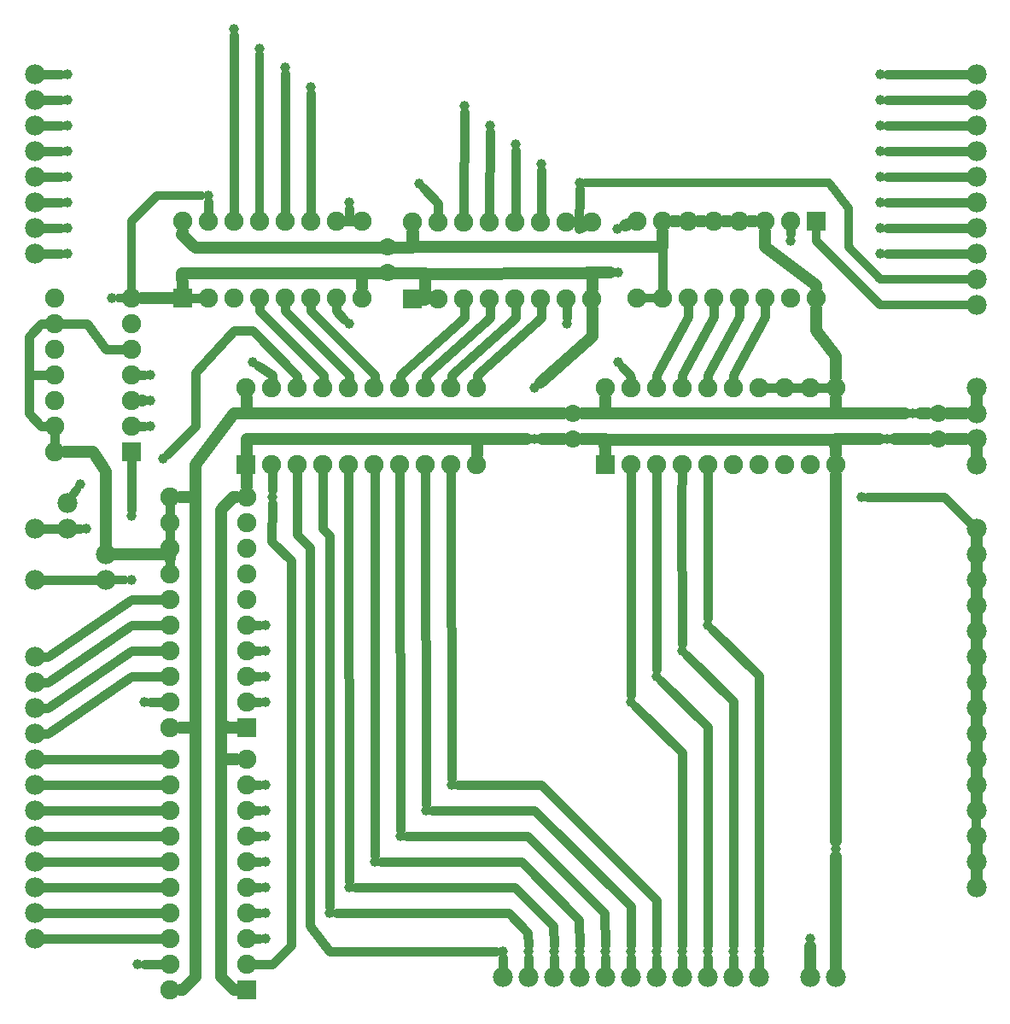
<source format=gbl>
G04 MADE WITH FRITZING*
G04 WWW.FRITZING.ORG*
G04 DOUBLE SIDED*
G04 HOLES PLATED*
G04 CONTOUR ON CENTER OF CONTOUR VECTOR*
%ASAXBY*%
%FSLAX23Y23*%
%MOIN*%
%OFA0B0*%
%SFA1.0B1.0*%
%ADD10C,0.039370*%
%ADD11C,0.070000*%
%ADD12C,0.078000*%
%ADD13C,0.075000*%
%ADD14R,0.075000X0.075000*%
%ADD15C,0.032000*%
%ADD16C,0.048000*%
%ADD17C,0.038000*%
%ADD18R,0.001000X0.001000*%
%LNCOPPER0*%
G90*
G70*
G54D10*
X221Y3650D03*
X871Y3825D03*
X971Y3750D03*
X1071Y3675D03*
X1171Y3600D03*
X1771Y3525D03*
X1871Y3450D03*
X1971Y3375D03*
X2071Y3300D03*
X221Y3550D03*
X221Y3450D03*
X221Y3350D03*
X221Y3250D03*
X221Y3150D03*
X221Y3050D03*
X221Y2950D03*
X3421Y2225D03*
X996Y1200D03*
X996Y1300D03*
X996Y1400D03*
X996Y1500D03*
X996Y275D03*
X996Y375D03*
X996Y475D03*
X996Y575D03*
X996Y675D03*
X996Y775D03*
X996Y875D03*
X2921Y225D03*
X2821Y225D03*
X2721Y225D03*
X2621Y225D03*
X2521Y225D03*
X2421Y225D03*
X2321Y225D03*
X2221Y225D03*
X2121Y225D03*
X2021Y225D03*
X1921Y225D03*
X3221Y625D03*
G54D11*
X1471Y2875D03*
X1471Y2975D03*
G54D12*
X96Y1375D03*
X96Y1275D03*
X96Y1175D03*
X96Y1075D03*
X96Y975D03*
X96Y875D03*
X96Y775D03*
X96Y675D03*
X96Y575D03*
X96Y475D03*
X96Y375D03*
X96Y275D03*
G54D10*
X2721Y1500D03*
X2621Y1400D03*
X2521Y1300D03*
X2421Y1200D03*
X1246Y375D03*
X1321Y475D03*
X1421Y575D03*
X1521Y675D03*
X1621Y775D03*
X1721Y875D03*
X471Y1675D03*
X496Y175D03*
X521Y1200D03*
X946Y2525D03*
X2371Y2525D03*
X471Y1925D03*
X1021Y2000D03*
X546Y2375D03*
X1321Y2675D03*
X2171Y2675D03*
X1321Y3150D03*
X2221Y3225D03*
X546Y2475D03*
X3046Y3000D03*
X2371Y2875D03*
X2370Y3047D03*
X1595Y3222D03*
X771Y3175D03*
G54D12*
X3771Y2125D03*
X3771Y2425D03*
X3771Y2225D03*
X3771Y2325D03*
X3121Y125D03*
X3221Y125D03*
G54D10*
X3121Y275D03*
X3521Y2325D03*
G54D11*
X2196Y2225D03*
X2196Y2325D03*
X3621Y2225D03*
X3621Y2325D03*
G54D10*
X3396Y2950D03*
X3396Y3050D03*
X3396Y3150D03*
X3396Y3250D03*
X3396Y3350D03*
X3396Y3450D03*
X3396Y3650D03*
X3396Y3550D03*
X3321Y2000D03*
G54D13*
X2321Y2125D03*
X2321Y2425D03*
X2421Y2125D03*
X2421Y2425D03*
X2521Y2125D03*
X2521Y2425D03*
X2621Y2125D03*
X2621Y2425D03*
X2721Y2125D03*
X2721Y2425D03*
X2821Y2125D03*
X2821Y2425D03*
X2921Y2125D03*
X2921Y2425D03*
X3021Y2125D03*
X3021Y2425D03*
X3121Y2125D03*
X3121Y2425D03*
X3221Y2125D03*
X3221Y2425D03*
X920Y2127D03*
X920Y2427D03*
X1020Y2127D03*
X1020Y2427D03*
X1120Y2127D03*
X1120Y2427D03*
X1220Y2127D03*
X1220Y2427D03*
X1320Y2127D03*
X1320Y2427D03*
X1420Y2127D03*
X1420Y2427D03*
X1520Y2127D03*
X1520Y2427D03*
X1620Y2127D03*
X1620Y2427D03*
X1720Y2127D03*
X1720Y2427D03*
X1820Y2127D03*
X1820Y2427D03*
X921Y75D03*
X621Y75D03*
X921Y175D03*
X621Y175D03*
X921Y275D03*
X621Y275D03*
X921Y375D03*
X621Y375D03*
X921Y475D03*
X621Y475D03*
X921Y575D03*
X621Y575D03*
X921Y675D03*
X621Y675D03*
X921Y775D03*
X621Y775D03*
X921Y875D03*
X621Y875D03*
X921Y975D03*
X621Y975D03*
X921Y1100D03*
X621Y1100D03*
X921Y1200D03*
X621Y1200D03*
X921Y1300D03*
X621Y1300D03*
X921Y1400D03*
X621Y1400D03*
X921Y1500D03*
X621Y1500D03*
X921Y1600D03*
X621Y1600D03*
X921Y1700D03*
X621Y1700D03*
X921Y1800D03*
X621Y1800D03*
X921Y1900D03*
X621Y1900D03*
X921Y2000D03*
X621Y2000D03*
G54D12*
X1921Y125D03*
X2021Y125D03*
X2121Y125D03*
X2221Y125D03*
X2321Y125D03*
X2421Y125D03*
X2521Y125D03*
X2621Y125D03*
X2721Y125D03*
X2821Y125D03*
X2921Y125D03*
X3771Y1875D03*
X3771Y1775D03*
X3771Y1675D03*
X3771Y1575D03*
X3771Y1475D03*
X3771Y1375D03*
X3771Y1275D03*
X3771Y1175D03*
X3771Y1075D03*
X3771Y975D03*
X3771Y875D03*
X3771Y775D03*
X3771Y675D03*
X3771Y575D03*
X3771Y475D03*
X96Y1875D03*
X3771Y2750D03*
X3771Y2850D03*
G54D13*
X3146Y3075D03*
X3146Y2775D03*
X3046Y3075D03*
X3046Y2775D03*
X2946Y3075D03*
X2946Y2775D03*
X2846Y3075D03*
X2846Y2775D03*
X2746Y3075D03*
X2746Y2775D03*
X2646Y3075D03*
X2646Y2775D03*
X2546Y3075D03*
X2546Y2775D03*
X2446Y3075D03*
X2446Y2775D03*
X671Y2775D03*
X671Y3075D03*
X771Y2775D03*
X771Y3075D03*
X871Y2775D03*
X871Y3075D03*
X971Y2775D03*
X971Y3075D03*
X1071Y2775D03*
X1071Y3075D03*
X1171Y2775D03*
X1171Y3075D03*
X1271Y2775D03*
X1271Y3075D03*
X1371Y2775D03*
X1371Y3075D03*
X1570Y2772D03*
X1570Y3072D03*
X1670Y2772D03*
X1670Y3072D03*
X1770Y2772D03*
X1770Y3072D03*
X1870Y2772D03*
X1870Y3072D03*
X1970Y2772D03*
X1970Y3072D03*
X2070Y2772D03*
X2070Y3072D03*
X2170Y2772D03*
X2170Y3072D03*
X2270Y2772D03*
X2270Y3072D03*
G54D12*
X96Y2950D03*
X96Y3050D03*
X96Y3150D03*
X96Y3250D03*
X96Y3350D03*
X96Y3450D03*
X96Y3550D03*
X96Y3650D03*
X3771Y2950D03*
X3771Y3050D03*
X3771Y3150D03*
X3771Y3250D03*
X3771Y3350D03*
X3771Y3450D03*
X3771Y3550D03*
X3771Y3650D03*
X371Y1775D03*
X221Y1875D03*
X221Y1975D03*
X371Y1675D03*
X96Y1675D03*
G54D13*
X471Y2175D03*
X171Y2175D03*
X471Y2275D03*
X171Y2275D03*
X471Y2375D03*
X171Y2375D03*
X471Y2475D03*
X171Y2475D03*
X471Y2575D03*
X171Y2575D03*
X471Y2675D03*
X171Y2675D03*
X471Y2775D03*
X171Y2775D03*
G54D10*
X2046Y2225D03*
X2046Y2425D03*
X546Y2275D03*
X296Y1875D03*
X596Y2150D03*
X396Y2775D03*
X271Y2050D03*
G54D14*
X2321Y2125D03*
X920Y2127D03*
X921Y75D03*
X921Y1100D03*
X3146Y3075D03*
X671Y2775D03*
X1570Y2772D03*
X471Y2175D03*
G54D15*
X447Y1675D02*
X407Y1675D01*
G54D16*
D02*
X3221Y2325D02*
X3221Y2385D01*
D02*
X3491Y2325D02*
X3221Y2325D01*
D02*
X3551Y2325D02*
X3584Y2325D01*
G54D17*
D02*
X871Y3801D02*
X871Y3109D01*
G54D15*
D02*
X971Y3726D02*
X971Y3109D01*
G54D16*
D02*
X621Y1760D02*
X621Y1775D01*
G54D17*
D02*
X3646Y1999D02*
X3746Y1900D01*
D02*
X3346Y2000D02*
X3646Y1999D01*
D02*
X336Y1675D02*
X132Y1675D01*
D02*
X197Y3650D02*
X132Y3650D01*
D02*
X197Y3550D02*
X132Y3550D01*
D02*
X197Y3450D02*
X132Y3450D01*
D02*
X197Y3350D02*
X132Y3350D01*
D02*
X197Y3250D02*
X132Y3250D01*
D02*
X197Y3150D02*
X132Y3150D01*
D02*
X132Y3050D02*
X197Y3050D01*
D02*
X197Y2950D02*
X132Y2950D01*
D02*
X3421Y3650D02*
X3736Y3650D01*
D02*
X3421Y3550D02*
X3736Y3550D01*
D02*
X3736Y3450D02*
X3421Y3450D01*
D02*
X3736Y3350D02*
X3421Y3350D01*
D02*
X3736Y3250D02*
X3421Y3250D01*
D02*
X3736Y3150D02*
X3421Y3150D01*
D02*
X3736Y3050D02*
X3421Y3050D01*
D02*
X3736Y2950D02*
X3421Y2950D01*
G54D16*
D02*
X3771Y2384D02*
X3771Y2366D01*
D02*
X3771Y2184D02*
X3771Y2166D01*
G54D17*
D02*
X972Y1500D02*
X955Y1500D01*
D02*
X972Y1400D02*
X955Y1400D01*
D02*
X972Y1300D02*
X955Y1300D01*
D02*
X972Y1200D02*
X955Y1200D01*
D02*
X972Y275D02*
X955Y275D01*
D02*
X972Y375D02*
X955Y375D01*
D02*
X972Y475D02*
X955Y475D01*
D02*
X972Y575D02*
X955Y575D01*
D02*
X972Y675D02*
X955Y675D01*
D02*
X972Y775D02*
X955Y775D01*
D02*
X972Y875D02*
X955Y875D01*
G54D16*
D02*
X2607Y3075D02*
X2586Y3075D01*
D02*
X3221Y2550D02*
X3221Y2465D01*
D02*
X3146Y2650D02*
X3221Y2550D01*
D02*
X3146Y2735D02*
X3146Y2650D01*
G54D17*
D02*
X1571Y2974D02*
X1571Y3038D01*
D02*
X1503Y2975D02*
X1571Y2974D01*
D02*
X1371Y2874D02*
X1371Y2809D01*
D02*
X1440Y2875D02*
X1371Y2874D01*
D02*
X1921Y161D02*
X1921Y201D01*
D02*
X2721Y250D02*
X2722Y1101D01*
D02*
X2721Y161D02*
X2721Y201D01*
D02*
X2121Y250D02*
X2120Y325D01*
D02*
X2121Y161D02*
X2121Y201D01*
D02*
X587Y1400D02*
X471Y1400D01*
D02*
X1221Y2475D02*
X971Y2725D01*
D02*
X971Y2725D02*
X971Y2741D01*
D02*
X1221Y2461D02*
X1221Y2475D01*
G54D16*
D02*
X921Y2225D02*
X1821Y2225D01*
D02*
X1821Y2225D02*
X1821Y2167D01*
D02*
X921Y2167D02*
X921Y2225D01*
G54D17*
D02*
X2021Y250D02*
X2020Y299D01*
D02*
X2021Y161D02*
X2021Y201D01*
D02*
X2421Y250D02*
X2422Y401D01*
D02*
X2421Y161D02*
X2421Y201D01*
D02*
X2621Y2475D02*
X2746Y2701D01*
D02*
X2746Y2701D02*
X2746Y2741D01*
D02*
X2621Y2459D02*
X2621Y2475D01*
D02*
X621Y1766D02*
X621Y1734D01*
D02*
X1521Y2475D02*
X1771Y2700D01*
D02*
X1521Y2461D02*
X1521Y2475D01*
D02*
X1771Y2700D02*
X1771Y2738D01*
G54D16*
D02*
X821Y975D02*
X882Y975D01*
D02*
X821Y125D02*
X821Y975D01*
D02*
X871Y75D02*
X821Y125D01*
D02*
X882Y75D02*
X871Y75D01*
G54D17*
D02*
X1071Y2725D02*
X1071Y2741D01*
D02*
X1321Y2475D02*
X1071Y2725D01*
D02*
X1321Y2461D02*
X1321Y2475D01*
D02*
X2921Y250D02*
X2922Y1301D01*
D02*
X2921Y161D02*
X2921Y201D01*
D02*
X2521Y1325D02*
X2521Y2091D01*
D02*
X2821Y250D02*
X2822Y1201D01*
D02*
X2821Y161D02*
X2821Y201D01*
D02*
X2421Y1225D02*
X2421Y2091D01*
D02*
X2521Y2475D02*
X2646Y2701D01*
D02*
X2646Y2701D02*
X2646Y2741D01*
D02*
X2521Y2459D02*
X2521Y2475D01*
D02*
X2721Y2475D02*
X2846Y2701D01*
D02*
X2721Y2459D02*
X2721Y2475D01*
D02*
X2846Y2701D02*
X2846Y2741D01*
D02*
X587Y1300D02*
X471Y1300D01*
D02*
X1220Y1877D02*
X1220Y2093D01*
D02*
X1246Y400D02*
X1246Y1849D01*
G54D16*
D02*
X823Y1101D02*
X882Y1100D01*
D02*
X822Y1948D02*
X823Y1101D01*
D02*
X870Y2000D02*
X822Y1948D01*
D02*
X882Y2000D02*
X870Y2000D01*
G54D17*
D02*
X1871Y2700D02*
X1871Y2738D01*
D02*
X1621Y2475D02*
X1871Y2700D01*
D02*
X1621Y2461D02*
X1621Y2475D01*
D02*
X587Y975D02*
X132Y975D01*
D02*
X587Y675D02*
X132Y675D01*
D02*
X587Y1600D02*
X471Y1600D01*
D02*
X3187Y2425D02*
X3155Y2425D01*
D02*
X1971Y2700D02*
X1971Y2738D01*
D02*
X1721Y2475D02*
X1971Y2700D01*
D02*
X1721Y2461D02*
X1721Y2475D01*
D02*
X1171Y2725D02*
X1171Y2741D01*
D02*
X1421Y2475D02*
X1171Y2725D01*
D02*
X1421Y2461D02*
X1421Y2475D01*
D02*
X587Y575D02*
X132Y575D01*
D02*
X2221Y250D02*
X2220Y349D01*
D02*
X2221Y161D02*
X2221Y201D01*
D02*
X621Y1966D02*
X621Y1934D01*
D02*
X2071Y2700D02*
X2071Y2738D01*
D02*
X1821Y2475D02*
X2071Y2700D01*
D02*
X1821Y2461D02*
X1821Y2475D01*
D02*
X587Y875D02*
X132Y875D01*
D02*
X587Y375D02*
X132Y375D01*
G54D16*
D02*
X3220Y2223D02*
X3221Y2165D01*
D02*
X2320Y2223D02*
X3220Y2223D01*
D02*
X2321Y2165D02*
X2320Y2223D01*
G54D17*
D02*
X1721Y900D02*
X1720Y2093D01*
D02*
X1321Y500D02*
X1320Y2093D01*
D02*
X2721Y1525D02*
X2721Y2091D01*
D02*
X2621Y1425D02*
X2620Y1999D01*
D02*
X2620Y1999D02*
X2621Y2091D01*
D02*
X1621Y800D02*
X1620Y2093D01*
D02*
X2521Y250D02*
X2522Y425D01*
D02*
X2521Y161D02*
X2521Y201D01*
D02*
X2821Y2475D02*
X2946Y2701D01*
D02*
X2946Y2701D02*
X2946Y2741D01*
D02*
X2821Y2459D02*
X2821Y2475D01*
D02*
X621Y1866D02*
X621Y1834D01*
D02*
X587Y1500D02*
X471Y1500D01*
D02*
X587Y275D02*
X132Y275D01*
D02*
X1120Y1851D02*
X1120Y2093D01*
D02*
X1170Y1801D02*
X1120Y1851D01*
D02*
X1246Y225D02*
X1170Y325D01*
D02*
X1897Y225D02*
X1246Y225D01*
D02*
X2321Y250D02*
X2320Y375D01*
D02*
X2321Y161D02*
X2321Y201D01*
D02*
X1421Y2000D02*
X1421Y2093D01*
D02*
X1421Y600D02*
X1421Y2000D01*
D02*
X587Y475D02*
X132Y475D01*
D02*
X587Y775D02*
X132Y775D01*
D02*
X2987Y2425D02*
X2955Y2425D01*
D02*
X1521Y700D02*
X1520Y2093D01*
D02*
X2621Y250D02*
X2622Y1001D01*
D02*
X2621Y161D02*
X2621Y201D01*
D02*
X3087Y2425D02*
X3055Y2425D01*
D02*
X2205Y3072D02*
X2236Y3072D01*
D02*
X2220Y3047D02*
X2240Y3057D01*
D02*
X2221Y3201D02*
X2220Y3047D01*
D02*
X1322Y3074D02*
X1321Y3126D01*
D02*
X1337Y3074D02*
X1322Y3074D01*
G54D16*
D02*
X1620Y2772D02*
X1620Y2872D01*
D02*
X1620Y2872D02*
X1372Y2872D01*
D02*
X1372Y2872D02*
X1372Y2815D01*
D02*
X1610Y2772D02*
X1620Y2772D01*
G54D17*
D02*
X1636Y2772D02*
X1605Y2772D01*
G54D16*
D02*
X2271Y2874D02*
X2271Y2812D01*
D02*
X1620Y2770D02*
X1620Y2870D01*
D02*
X2222Y2873D02*
X2271Y2874D01*
D02*
X1620Y2870D02*
X2222Y2873D01*
D02*
X1610Y2770D02*
X1619Y2770D01*
D02*
X1372Y2872D02*
X1372Y2815D01*
D02*
X670Y2871D02*
X1372Y2872D01*
D02*
X671Y2815D02*
X670Y2871D01*
G54D17*
D02*
X705Y2775D02*
X737Y2775D01*
G54D16*
D02*
X921Y2087D02*
X921Y2040D01*
G54D17*
D02*
X587Y175D02*
X521Y175D01*
D02*
X546Y1200D02*
X587Y1200D01*
D02*
X1021Y2461D02*
X1021Y2475D01*
D02*
X1021Y2475D02*
X967Y2511D01*
D02*
X2420Y2474D02*
X2421Y2459D01*
D02*
X2388Y2507D02*
X2420Y2474D01*
D02*
X471Y2141D02*
X471Y1950D01*
D02*
X522Y2275D02*
X505Y2275D01*
D02*
X871Y2650D02*
X721Y2486D01*
D02*
X946Y2650D02*
X871Y2650D01*
D02*
X1120Y2473D02*
X946Y2650D01*
D02*
X1120Y2461D02*
X1120Y2473D01*
D02*
X1021Y2093D02*
X1021Y2025D01*
D02*
X1021Y175D02*
X955Y175D01*
D02*
X1096Y250D02*
X1021Y175D01*
D02*
X1096Y1751D02*
X1096Y250D01*
D02*
X1020Y1825D02*
X1096Y1751D01*
D02*
X1021Y1976D02*
X1020Y1825D01*
G54D16*
D02*
X511Y2375D02*
X516Y2375D01*
G54D17*
D02*
X2171Y2738D02*
X2171Y2700D01*
D02*
X1271Y2741D02*
X1271Y2725D01*
D02*
X1271Y2725D02*
X1304Y2692D01*
D02*
X2546Y2809D02*
X2546Y3041D01*
G54D15*
D02*
X3146Y3041D02*
X3146Y3000D01*
D02*
X3146Y3000D02*
X3396Y2750D01*
D02*
X3396Y2750D02*
X3736Y2750D01*
G54D16*
D02*
X2546Y2974D02*
X2546Y3035D01*
D02*
X1571Y2975D02*
X2546Y2974D01*
D02*
X1571Y3033D02*
X1571Y2975D01*
D02*
X1570Y2971D02*
X722Y2971D01*
D02*
X722Y2971D02*
X670Y3023D01*
D02*
X1570Y3033D02*
X1570Y2971D01*
D02*
X670Y3023D02*
X671Y3035D01*
D02*
X2707Y3075D02*
X2686Y3075D01*
D02*
X2807Y3075D02*
X2786Y3075D01*
D02*
X2907Y3075D02*
X2886Y3075D01*
G54D15*
D02*
X3271Y3125D02*
X3196Y3225D01*
D02*
X3271Y2975D02*
X3271Y3125D01*
D02*
X3396Y2850D02*
X3271Y2975D01*
D02*
X3736Y2850D02*
X3396Y2850D01*
D02*
X3196Y3225D02*
X2246Y3225D01*
G54D17*
D02*
X2071Y3106D02*
X2071Y3276D01*
D02*
X1971Y3106D02*
X1971Y3351D01*
D02*
X1870Y3106D02*
X1871Y3426D01*
D02*
X1770Y3106D02*
X1771Y3501D01*
D02*
X1171Y3109D02*
X1171Y3576D01*
D02*
X1071Y3109D02*
X1071Y3651D01*
D02*
X522Y2475D02*
X505Y2475D01*
D02*
X3046Y3041D02*
X3046Y3025D01*
G54D16*
D02*
X2946Y2974D02*
X3146Y2825D01*
D02*
X3146Y2825D02*
X3146Y2815D01*
D02*
X2946Y3035D02*
X2946Y2974D01*
D02*
X2399Y3058D02*
X2409Y3061D01*
D02*
X2271Y2874D02*
X2341Y2875D01*
D02*
X2271Y2812D02*
X2271Y2874D01*
G54D17*
D02*
X1337Y3075D02*
X1305Y3075D01*
D02*
X1670Y3147D02*
X1670Y3106D01*
D02*
X1613Y3205D02*
X1670Y3147D01*
D02*
X771Y3109D02*
X771Y3151D01*
G54D16*
D02*
X661Y1100D02*
X721Y1100D01*
D02*
X721Y1100D02*
X721Y2000D01*
D02*
X721Y2000D02*
X661Y2000D01*
D02*
X661Y1100D02*
X721Y1100D01*
D02*
X721Y2125D02*
X871Y2325D01*
D02*
X721Y2000D02*
X721Y2125D01*
D02*
X871Y2325D02*
X921Y2325D01*
D02*
X921Y2325D02*
X921Y2387D01*
D02*
X661Y2000D02*
X721Y2000D01*
D02*
X3221Y2385D02*
X3221Y2325D01*
D02*
X3221Y2325D02*
X2321Y2325D01*
D02*
X2321Y2325D02*
X2321Y2385D01*
D02*
X3121Y245D02*
X3121Y166D01*
D02*
X2321Y2325D02*
X2321Y2385D01*
D02*
X2234Y2325D02*
X2321Y2325D01*
D02*
X2321Y2225D02*
X2321Y2165D01*
D02*
X2234Y2225D02*
X2321Y2225D01*
G54D15*
D02*
X571Y3174D02*
X471Y3074D01*
D02*
X747Y3175D02*
X571Y3174D01*
D02*
X471Y3074D02*
X471Y2809D01*
G54D17*
D02*
X171Y2241D02*
X171Y2209D01*
D02*
X298Y2676D02*
X205Y2675D01*
D02*
X372Y2576D02*
X298Y2676D01*
D02*
X437Y2575D02*
X372Y2576D01*
D02*
X72Y2624D02*
X72Y2476D01*
D02*
X72Y2476D02*
X137Y2475D01*
D02*
X120Y2676D02*
X72Y2624D01*
D02*
X137Y2676D02*
X120Y2676D01*
D02*
X72Y2324D02*
X72Y2476D01*
D02*
X72Y2476D02*
X137Y2475D01*
D02*
X120Y2276D02*
X72Y2324D01*
D02*
X137Y2276D02*
X120Y2276D01*
G54D15*
D02*
X2512Y2775D02*
X2480Y2775D01*
G54D16*
D02*
X3221Y595D02*
X3221Y166D01*
D02*
X3221Y2085D02*
X3221Y655D01*
D02*
X3659Y2325D02*
X3730Y2325D01*
D02*
X3659Y2225D02*
X3730Y2225D01*
D02*
X3451Y2225D02*
X3584Y2225D01*
D02*
X3221Y2165D02*
X3221Y2225D01*
D02*
X3221Y2225D02*
X3391Y2225D01*
D02*
X3771Y1834D02*
X3771Y1816D01*
D02*
X3771Y1734D02*
X3771Y1716D01*
D02*
X3771Y1634D02*
X3771Y1616D01*
D02*
X3771Y1534D02*
X3771Y1516D01*
D02*
X3771Y1434D02*
X3771Y1416D01*
D02*
X3771Y1334D02*
X3771Y1316D01*
D02*
X3771Y1234D02*
X3771Y1216D01*
D02*
X3771Y1134D02*
X3771Y1116D01*
D02*
X3771Y1034D02*
X3771Y1016D01*
D02*
X3771Y934D02*
X3771Y916D01*
D02*
X3771Y834D02*
X3771Y816D01*
D02*
X3771Y634D02*
X3771Y616D01*
D02*
X3771Y534D02*
X3771Y516D01*
D02*
X2159Y2325D02*
X922Y2325D01*
D02*
X922Y2325D02*
X921Y2387D01*
D02*
X2016Y2225D02*
X1821Y2225D01*
D02*
X1821Y2225D02*
X1821Y2167D01*
D02*
X2159Y2225D02*
X2076Y2225D01*
D02*
X2069Y2445D02*
X2271Y2625D01*
D02*
X2271Y2625D02*
X2271Y2733D01*
D02*
X632Y2775D02*
X511Y2775D01*
D02*
X671Y75D02*
X661Y75D01*
D02*
X721Y125D02*
X671Y75D01*
D02*
X721Y1100D02*
X721Y125D01*
D02*
X821Y975D02*
X821Y1100D01*
D02*
X821Y1100D02*
X882Y1100D01*
D02*
X882Y975D02*
X821Y975D01*
G54D17*
D02*
X146Y1375D02*
X132Y1375D01*
D02*
X471Y1600D02*
X146Y1375D01*
D02*
X146Y1275D02*
X132Y1275D01*
D02*
X471Y1500D02*
X146Y1275D01*
D02*
X146Y1175D02*
X132Y1175D01*
D02*
X471Y1400D02*
X146Y1175D01*
D02*
X471Y1300D02*
X146Y1075D01*
D02*
X146Y1075D02*
X132Y1075D01*
G54D16*
D02*
X621Y1775D02*
X413Y1775D01*
G54D17*
D02*
X721Y2275D02*
X614Y2167D01*
D02*
X721Y2486D02*
X721Y2275D01*
G54D16*
D02*
X371Y2100D02*
X371Y1816D01*
D02*
X321Y2175D02*
X371Y2100D01*
D02*
X211Y2175D02*
X321Y2175D01*
G54D17*
D02*
X1170Y325D02*
X1170Y1801D01*
D02*
X1946Y375D02*
X1271Y375D01*
D02*
X2020Y299D02*
X1946Y375D01*
D02*
X1246Y1849D02*
X1220Y1877D01*
D02*
X1970Y475D02*
X1346Y475D01*
D02*
X2120Y325D02*
X1970Y475D01*
D02*
X1996Y575D02*
X1446Y575D01*
D02*
X2220Y349D02*
X1996Y575D01*
D02*
X2020Y675D02*
X1546Y675D01*
D02*
X2320Y375D02*
X2020Y675D01*
D02*
X2046Y776D02*
X1646Y775D01*
D02*
X2422Y401D02*
X2046Y776D01*
D02*
X2071Y874D02*
X1746Y875D01*
D02*
X2522Y425D02*
X2071Y874D01*
D02*
X2622Y1001D02*
X2439Y1183D01*
D02*
X2722Y1101D02*
X2539Y1283D01*
D02*
X2822Y1201D02*
X2639Y1383D01*
D02*
X2922Y1301D02*
X2739Y1483D01*
D02*
X272Y1875D02*
X257Y1875D01*
D02*
X186Y1875D02*
X132Y1875D01*
G54D15*
D02*
X437Y2775D02*
X421Y2775D01*
D02*
X258Y2030D02*
X241Y2005D01*
G54D18*
X3767Y795D02*
X3774Y795D01*
X3764Y794D02*
X3777Y794D01*
X3762Y793D02*
X3779Y793D01*
X3760Y792D02*
X3781Y792D01*
X3759Y791D02*
X3782Y791D01*
X3757Y790D02*
X3783Y790D01*
X3757Y789D02*
X3784Y789D01*
X3756Y788D02*
X3785Y788D01*
X3755Y787D02*
X3786Y787D01*
X3754Y786D02*
X3786Y786D01*
X3754Y785D02*
X3787Y785D01*
X3753Y784D02*
X3787Y784D01*
X3753Y783D02*
X3788Y783D01*
X3753Y782D02*
X3788Y782D01*
X3752Y781D02*
X3788Y781D01*
X3752Y780D02*
X3788Y780D01*
X3752Y779D02*
X3789Y779D01*
X3752Y778D02*
X3789Y778D01*
X3752Y777D02*
X3789Y777D01*
X3752Y776D02*
X3789Y776D01*
X3752Y775D02*
X3789Y775D01*
X3752Y774D02*
X3789Y774D01*
X3752Y773D02*
X3789Y773D01*
X3752Y772D02*
X3789Y772D01*
X3752Y771D02*
X3789Y771D01*
X3752Y770D02*
X3789Y770D01*
X3752Y769D02*
X3789Y769D01*
X3752Y768D02*
X3789Y768D01*
X3752Y767D02*
X3789Y767D01*
X3752Y766D02*
X3789Y766D01*
X3752Y765D02*
X3789Y765D01*
X3752Y764D02*
X3789Y764D01*
X3752Y763D02*
X3789Y763D01*
X3752Y762D02*
X3789Y762D01*
X3752Y761D02*
X3789Y761D01*
X3752Y760D02*
X3789Y760D01*
X3752Y759D02*
X3789Y759D01*
X3752Y758D02*
X3789Y758D01*
X3752Y757D02*
X3789Y757D01*
X3752Y756D02*
X3789Y756D01*
X3752Y755D02*
X3789Y755D01*
X3752Y754D02*
X3789Y754D01*
X3752Y753D02*
X3789Y753D01*
X3752Y752D02*
X3789Y752D01*
X3752Y751D02*
X3789Y751D01*
X3752Y750D02*
X3789Y750D01*
X3752Y749D02*
X3789Y749D01*
X3752Y748D02*
X3789Y748D01*
X3752Y747D02*
X3789Y747D01*
X3752Y746D02*
X3789Y746D01*
X3752Y745D02*
X3789Y745D01*
X3752Y744D02*
X3789Y744D01*
X3752Y743D02*
X3789Y743D01*
X3752Y742D02*
X3789Y742D01*
X3752Y741D02*
X3789Y741D01*
X3752Y740D02*
X3789Y740D01*
X3752Y739D02*
X3789Y739D01*
X3752Y738D02*
X3789Y738D01*
X3752Y737D02*
X3789Y737D01*
X3752Y736D02*
X3789Y736D01*
X3752Y735D02*
X3789Y735D01*
X3752Y734D02*
X3789Y734D01*
X3752Y733D02*
X3789Y733D01*
X3752Y732D02*
X3789Y732D01*
X3752Y731D02*
X3789Y731D01*
X3752Y730D02*
X3789Y730D01*
X3752Y729D02*
X3789Y729D01*
X3752Y728D02*
X3789Y728D01*
X3752Y727D02*
X3789Y727D01*
X3752Y726D02*
X3789Y726D01*
X3752Y725D02*
X3789Y725D01*
X3752Y724D02*
X3789Y724D01*
X3752Y723D02*
X3789Y723D01*
X3752Y722D02*
X3789Y722D01*
X3752Y721D02*
X3789Y721D01*
X3752Y720D02*
X3789Y720D01*
X3752Y719D02*
X3789Y719D01*
X3752Y718D02*
X3789Y718D01*
X3752Y717D02*
X3789Y717D01*
X3752Y716D02*
X3789Y716D01*
X3752Y715D02*
X3789Y715D01*
X3752Y714D02*
X3789Y714D01*
X3752Y713D02*
X3789Y713D01*
X3752Y712D02*
X3789Y712D01*
X3752Y711D02*
X3789Y711D01*
X3752Y710D02*
X3789Y710D01*
X3752Y709D02*
X3789Y709D01*
X3752Y708D02*
X3789Y708D01*
X3752Y707D02*
X3789Y707D01*
X3752Y706D02*
X3789Y706D01*
X3752Y705D02*
X3789Y705D01*
X3752Y704D02*
X3789Y704D01*
X3752Y703D02*
X3789Y703D01*
X3752Y702D02*
X3789Y702D01*
X3752Y701D02*
X3789Y701D01*
X3752Y700D02*
X3789Y700D01*
X3752Y699D02*
X3789Y699D01*
X3752Y698D02*
X3789Y698D01*
X3752Y697D02*
X3789Y697D01*
X3752Y696D02*
X3789Y696D01*
X3752Y695D02*
X3789Y695D01*
X3752Y694D02*
X3789Y694D01*
X3752Y693D02*
X3789Y693D01*
X3752Y692D02*
X3789Y692D01*
X3752Y691D02*
X3789Y691D01*
X3752Y690D02*
X3789Y690D01*
X3752Y689D02*
X3789Y689D01*
X3752Y688D02*
X3789Y688D01*
X3752Y687D02*
X3789Y687D01*
X3752Y686D02*
X3789Y686D01*
X3752Y685D02*
X3789Y685D01*
X3752Y684D02*
X3789Y684D01*
X3752Y683D02*
X3789Y683D01*
X3752Y682D02*
X3789Y682D01*
X3752Y681D02*
X3789Y681D01*
X3752Y680D02*
X3789Y680D01*
X3752Y679D02*
X3789Y679D01*
X3752Y678D02*
X3789Y678D01*
X3752Y677D02*
X3789Y677D01*
X3752Y676D02*
X3789Y676D01*
X3752Y675D02*
X3789Y675D01*
X3752Y674D02*
X3789Y674D01*
X3752Y673D02*
X3788Y673D01*
X3752Y672D02*
X3788Y672D01*
X3753Y671D02*
X3788Y671D01*
X3753Y670D02*
X3788Y670D01*
X3753Y669D02*
X3787Y669D01*
X3754Y668D02*
X3787Y668D01*
X3754Y667D02*
X3786Y667D01*
X3755Y666D02*
X3786Y666D01*
X3756Y665D02*
X3785Y665D01*
X3757Y664D02*
X3784Y664D01*
X3757Y663D02*
X3783Y663D01*
X3759Y662D02*
X3782Y662D01*
X3760Y661D02*
X3781Y661D01*
X3762Y660D02*
X3779Y660D01*
X3763Y659D02*
X3777Y659D01*
X3767Y658D02*
X3774Y658D01*
D02*
G04 End of Copper0*
M02*
</source>
